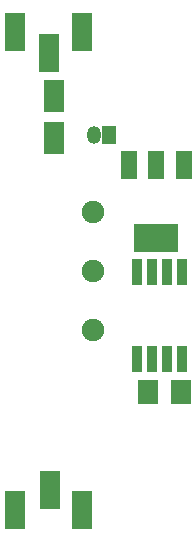
<source format=gbr>
G04 DipTrace 2.4.0.2*
%INTopMask.gbr*%
%MOIN*%
%ADD33O,0.0474X0.0592*%
%ADD35R,0.0474X0.0592*%
%ADD37R,0.1498X0.0946*%
%ADD39R,0.056X0.096*%
%ADD41R,0.0317X0.0868*%
%ADD43C,0.075*%
%ADD45R,0.0671X0.1261*%
%ADD47R,0.071X0.0789*%
%ADD49R,0.071X0.1104*%
%FSLAX44Y44*%
G04*
G70*
G90*
G75*
G01*
%LNTopMask*%
%LPD*%
D49*
X5815Y18317D3*
Y16899D3*
D47*
X8941Y8441D3*
X10043D3*
D45*
X4503Y20442D3*
X5628Y19754D3*
X6753Y20442D3*
X4503Y4503D3*
X5690Y5190D3*
X6753Y4503D3*
D43*
X7100Y10505D3*
Y12473D3*
Y14442D3*
D41*
X10066Y12441D3*
X9566D3*
X9066D3*
X8566D3*
Y9528D3*
X9066D3*
X9566D3*
X10066D3*
D39*
X10128Y16004D3*
X9223D3*
X8317D3*
D37*
X9223Y13566D3*
D35*
X7628Y17004D3*
D33*
X7128D3*
M02*

</source>
